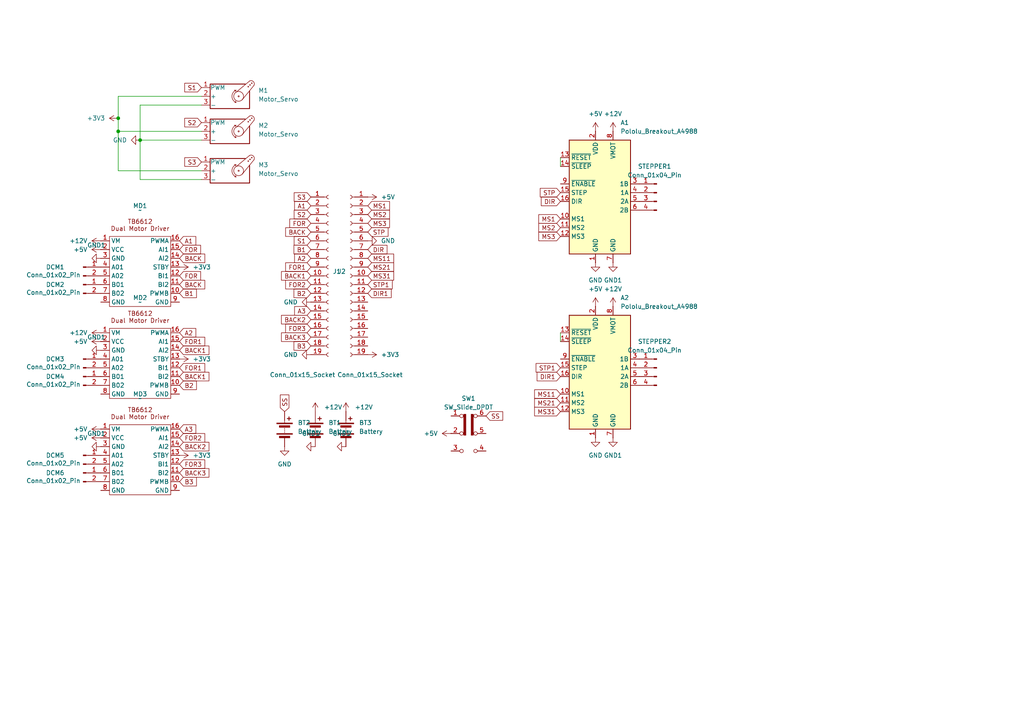
<source format=kicad_sch>
(kicad_sch (version 20250114) (generator "eeschema") (generator_version "9.0")
  (paper "A4")
  (lib_symbols
    (symbol "Connector:Conn_01x02_Pin" (pin_names (offset 1.016) (hide yes))
      (property "Reference" "J" (at 0 2.54 0))
      (property "Value" "Conn_01x02_Pin" (at 0 -5.08 0))
      (symbol "Conn_01x02_Pin_1_1"
        (rectangle (start 0.8636 0.127) (end 0 -0.127) (stroke (width 0.1524)) (fill (type outline)))
        (rectangle (start 0.8636 -2.413) (end 0 -2.667) (stroke (width 0.1524)) (fill (type outline)))
        (polyline (pts (xy 1.27 0) (xy 0.8636 0)) (stroke (width 0.1524)))
        (polyline (pts (xy 1.27 -2.54) (xy 0.8636 -2.54)) (stroke (width 0.1524)))
        (pin passive line (at 5.08 0 180) (length 3.81) (name "Pin_1") (number "1"))
        (pin passive line (at 5.08 -2.54 180) (length 3.81) (name "Pin_2") (number "2"))
      )
    )
    (symbol "Connector:Conn_01x04_Pin" (pin_names (offset 1.016) (hide yes))
      (property "Reference" "J" (at 0 5.08 0))
      (property "Value" "Conn_01x04_Pin" (at 0 -7.62 0))
      (symbol "Conn_01x04_Pin_1_1"
        (rectangle (start 0.8636 2.667) (end 0 2.413) (stroke (width 0.1524)) (fill (type outline)))
        (rectangle (start 0.8636 0.127) (end 0 -0.127) (stroke (width 0.1524)) (fill (type outline)))
        (rectangle (start 0.8636 -2.413) (end 0 -2.667) (stroke (width 0.1524)) (fill (type outline)))
        (rectangle (start 0.8636 -4.953) (end 0 -5.207) (stroke (width 0.1524)) (fill (type outline)))
        (polyline (pts (xy 1.27 2.54) (xy 0.8636 2.54)) (stroke (width 0.1524)))
        (polyline (pts (xy 1.27 0) (xy 0.8636 0)) (stroke (width 0.1524)))
        (polyline (pts (xy 1.27 -2.54) (xy 0.8636 -2.54)) (stroke (width 0.1524)))
        (polyline (pts (xy 1.27 -5.08) (xy 0.8636 -5.08)) (stroke (width 0.1524)))
        (pin passive line (at 5.08 2.54 180) (length 3.81) (name "Pin_1") (number "1"))
        (pin passive line (at 5.08 0 180) (length 3.81) (name "Pin_2") (number "2"))
        (pin passive line (at 5.08 -2.54 180) (length 3.81) (name "Pin_3") (number "3"))
        (pin passive line (at 5.08 -5.08 180) (length 3.81) (name "Pin_4") (number "4"))
      )
    )
    (symbol "Connector:Conn_01x19_Socket" (pin_names (offset 1.016) (hide yes))
      (property "Reference" "J" (at 0 25.4 0))
      (property "Value" "Conn_01x19_Socket" (at 0 -25.4 0))
      (symbol "Conn_01x19_Socket_1_1"
        (polyline (pts (xy -1.27 22.86) (xy -0.508 22.86)) (stroke (width 0.1524)))
        (polyline (pts (xy -1.27 20.32) (xy -0.508 20.32)) (stroke (width 0.1524)))
        (polyline (pts (xy -1.27 17.78) (xy -0.508 17.78)) (stroke (width 0.1524)))
        (polyline (pts (xy -1.27 15.24) (xy -0.508 15.24)) (stroke (width 0.1524)))
        (polyline (pts (xy -1.27 12.7) (xy -0.508 12.7)) (stroke (width 0.1524)))
        (polyline (pts (xy -1.27 10.16) (xy -0.508 10.16)) (stroke (width 0.1524)))
        (polyline (pts (xy -1.27 7.62) (xy -0.508 7.62)) (stroke (width 0.1524)))
        (polyline (pts (xy -1.27 5.08) (xy -0.508 5.08)) (stroke (width 0.1524)))
        (polyline (pts (xy -1.27 2.54) (xy -0.508 2.54)) (stroke (width 0.1524)))
        (polyline (pts (xy -1.27 0) (xy -0.508 0)) (stroke (width 0.1524)))
        (polyline (pts (xy -1.27 -2.54) (xy -0.508 -2.54)) (stroke (width 0.1524)))
        (polyline (pts (xy -1.27 -5.08) (xy -0.508 -5.08)) (stroke (width 0.1524)))
        (polyline (pts (xy -1.27 -7.62) (xy -0.508 -7.62)) (stroke (width 0.1524)))
        (polyline (pts (xy -1.27 -10.16) (xy -0.508 -10.16)) (stroke (width 0.1524)))
        (polyline (pts (xy -1.27 -12.7) (xy -0.508 -12.7)) (stroke (width 0.1524)))
        (polyline (pts (xy -1.27 -15.24) (xy -0.508 -15.24)) (stroke (width 0.1524)))
        (polyline (pts (xy -1.27 -17.78) (xy -0.508 -17.78)) (stroke (width 0.1524)))
        (polyline (pts (xy -1.27 -20.32) (xy -0.508 -20.32)) (stroke (width 0.1524)))
        (polyline (pts (xy -1.27 -22.86) (xy -0.508 -22.86)) (stroke (width 0.1524)))
        (arc (start 0 22.352) (mid -0.5058 22.86) (end 0 23.368) (stroke (width 0.1524)))
        (arc (start 0 19.812) (mid -0.5058 20.32) (end 0 20.828) (stroke (width 0.1524)))
        (arc (start 0 17.272) (mid -0.5058 17.78) (end 0 18.288) (stroke (width 0.1524)))
        (arc (start 0 14.732) (mid -0.5058 15.24) (end 0 15.748) (stroke (width 0.1524)))
        (arc (start 0 12.192) (mid -0.5058 12.7) (end 0 13.208) (stroke (width 0.1524)))
        (arc (start 0 9.652) (mid -0.5058 10.16) (end 0 10.668) (stroke (width 0.1524)))
        (arc (start 0 7.112) (mid -0.5058 7.62) (end 0 8.128) (stroke (width 0.1524)))
        (arc (start 0 4.572) (mid -0.5058 5.08) (end 0 5.588) (stroke (width 0.1524)))
        (arc (start 0 2.032) (mid -0.5058 2.54) (end 0 3.048) (stroke (width 0.1524)))
        (arc (start 0 -0.508) (mid -0.5058 0) (end 0 0.508) (stroke (width 0.1524)))
        (arc (start 0 -3.048) (mid -0.5058 -2.54) (end 0 -2.032) (stroke (width 0.1524)))
        (arc (start 0 -5.588) (mid -0.5058 -5.08) (end 0 -4.572) (stroke (width 0.1524)))
        (arc (start 0 -8.128) (mid -0.5058 -7.62) (end 0 -7.112) (stroke (width 0.1524)))
        (arc (start 0 -10.668) (mid -0.5058 -10.16) (end 0 -9.652) (stroke (width 0.1524)))
        (arc (start 0 -13.208) (mid -0.5058 -12.7) (end 0 -12.192) (stroke (width 0.1524)))
        (arc (start 0 -15.748) (mid -0.5058 -15.24) (end 0 -14.732) (stroke (width 0.1524)))
        (arc (start 0 -18.288) (mid -0.5058 -17.78) (end 0 -17.272) (stroke (width 0.1524)))
        (arc (start 0 -20.828) (mid -0.5058 -20.32) (end 0 -19.812) (stroke (width 0.1524)))
        (arc (start 0 -23.368) (mid -0.5058 -22.86) (end 0 -22.352) (stroke (width 0.1524)))
        (pin passive line (at -5.08 22.86 0) (length 3.81) (name "Pin_1") (number "1"))
        (pin passive line (at -5.08 20.32 0) (length 3.81) (name "Pin_2") (number "2"))
        (pin passive line (at -5.08 17.78 0) (length 3.81) (name "Pin_3") (number "3"))
        (pin passive line (at -5.08 15.24 0) (length 3.81) (name "Pin_4") (number "4"))
        (pin passive line (at -5.08 12.7 0) (length 3.81) (name "Pin_5") (number "5"))
        (pin passive line (at -5.08 10.16 0) (length 3.81) (name "Pin_6") (number "6"))
        (pin passive line (at -5.08 7.62 0) (length 3.81) (name "Pin_7") (number "7"))
        (pin passive line (at -5.08 5.08 0) (length 3.81) (name "Pin_8") (number "8"))
        (pin passive line (at -5.08 2.54 0) (length 3.81) (name "Pin_9") (number "9"))
        (pin passive line (at -5.08 0 0) (length 3.81) (name "Pin_10") (number "10"))
        (pin passive line (at -5.08 -2.54 0) (length 3.81) (name "Pin_11") (number "11"))
        (pin passive line (at -5.08 -5.08 0) (length 3.81) (name "Pin_12") (number "12"))
        (pin passive line (at -5.08 -7.62 0) (length 3.81) (name "Pin_13") (number "13"))
        (pin passive line (at -5.08 -10.16 0) (length 3.81) (name "Pin_14") (number "14"))
        (pin passive line (at -5.08 -12.7 0) (length 3.81) (name "Pin_15") (number "15"))
        (pin passive line (at -5.08 -15.24 0) (length 3.81) (name "Pin_16") (number "16"))
        (pin passive line (at -5.08 -17.78 0) (length 3.81) (name "Pin_17") (number "17"))
        (pin passive line (at -5.08 -20.32 0) (length 3.81) (name "Pin_18") (number "18"))
        (pin passive line (at -5.08 -22.86 0) (length 3.81) (name "Pin_19") (number "19"))
      )
    )
    (symbol "Device:Battery" (pin_numbers (hide yes)) (pin_names (offset 0) (hide yes))
      (property "Reference" "BT" (at 2.54 2.54 0))
      (property "Value" "Battery" (at 2.54 0 0))
      (symbol "Battery_0_1"
        (rectangle (start -2.286 1.778) (end 2.286 1.524) (fill (type outline)))
        (rectangle (start -2.286 -1.27) (end 2.286 -1.524) (fill (type outline)))
        (rectangle (start -1.524 1.016) (end 1.524 0.508) (fill (type outline)))
        (rectangle (start -1.524 -2.032) (end 1.524 -2.54) (fill (type outline)))
        (polyline (pts (xy 0 1.778) (xy 0 2.54)))
        (polyline (pts (xy 0 0) (xy 0 0.254)))
        (polyline (pts (xy 0 -0.508) (xy 0 -0.254)))
        (polyline (pts (xy 0 -1.016) (xy 0 -0.762)))
        (polyline (pts (xy 0.762 3.048) (xy 1.778 3.048)) (stroke (width 0.254)))
        (polyline (pts (xy 1.27 3.556) (xy 1.27 2.54)) (stroke (width 0.254)))
      )
      (symbol "Battery_1_1"
        (pin passive line (at 0 5.08 270) (length 2.54) (name "+") (number "1"))
        (pin passive line (at 0 -5.08 90) (length 2.54) (name "-") (number "2"))
      )
    )
    (symbol "Driver_Motor:Pololu_Breakout_A4988"
      (property "Reference" "A" (at -2.54 19.05 0))
      (property "Value" "Pololu_Breakout_A4988" (at -2.54 16.51 0))
      (symbol "Pololu_Breakout_A4988_0_1"
        (rectangle (start 10.16 -17.78) (end -7.62 15.24) (stroke (width 0.254)) (fill (type background)))
      )
      (symbol "Pololu_Breakout_A4988_1_1"
        (pin input line (at -10.16 10.16 0) (length 2.54) (name "~{RESET}") (number "13"))
        (pin input line (at -10.16 7.62 0) (length 2.54) (name "~{SLEEP}") (number "14"))
        (pin input line (at -10.16 2.54 0) (length 2.54) (name "~{ENABLE}") (number "9"))
        (pin input line (at -10.16 0 0) (length 2.54) (name "STEP") (number "15"))
        (pin input line (at -10.16 -2.54 0) (length 2.54) (name "DIR") (number "16"))
        (pin input line (at -10.16 -7.62 0) (length 2.54) (name "MS1") (number "10"))
        (pin input line (at -10.16 -10.16 0) (length 2.54) (name "MS2") (number "11"))
        (pin input line (at -10.16 -12.7 0) (length 2.54) (name "MS3") (number "12"))
        (pin power_in line (at 0 17.78 270) (length 2.54) (name "VDD") (number "2"))
        (pin power_in line (at 0 -20.32 90) (length 2.54) (name "GND") (number "1"))
        (pin power_in line (at 5.08 17.78 270) (length 2.54) (name "VMOT") (number "8"))
        (pin power_in line (at 5.08 -20.32 90) (length 2.54) (name "GND") (number "7"))
        (pin output line (at 12.7 2.54 180) (length 2.54) (name "1B") (number "3"))
        (pin output line (at 12.7 0 180) (length 2.54) (name "1A") (number "4"))
        (pin output line (at 12.7 -2.54 180) (length 2.54) (name "2A") (number "5"))
        (pin output line (at 12.7 -5.08 180) (length 2.54) (name "2B") (number "6"))
      )
    )
    (symbol "Motor:Motor_Servo" (pin_names (offset 0.0254))
      (property "Reference" "M" (at -5.08 4.445 0))
      (property "Value" "Motor_Servo" (at -5.08 -4.064 0))
      (symbol "Motor_Servo_0_1"
        (polyline (pts (xy 2.413 1.778) (xy 1.905 1.778)))
        (polyline (pts (xy 2.413 1.778) (xy 2.286 1.397)))
        (polyline (pts (xy 2.413 -1.778) (xy 2.032 -1.778)))
        (polyline (pts (xy 2.413 -1.778) (xy 2.286 -1.397)))
        (arc (start 2.413 -1.778) (mid 1.2406 0) (end 2.413 1.778))
        (circle (center 3.175 0) (radius 0.1778))
        (circle (center 3.175 0) (radius 1.4224))
        (polyline (pts (xy 5.08 3.556) (xy -5.08 3.556) (xy -5.08 -3.556) (xy 6.35 -3.556) (xy 6.35 1.524)) (stroke (width 0.254)))
        (circle (center 5.969 2.794) (radius 0.127))
        (polyline (pts (xy 6.35 4.445) (xy 2.54 1.27)))
        (circle (center 6.477 3.302) (radius 0.127))
        (arc (start 6.35 4.445) (mid 7.4487 4.2737) (end 7.62 3.175))
        (circle (center 6.985 3.81) (radius 0.127))
        (polyline (pts (xy 7.62 3.175) (xy 4.191 -1.016)))
      )
      (symbol "Motor_Servo_1_1"
        (pin passive line (at -7.62 2.54 0) (length 2.54) (name "PWM") (number "1"))
        (pin passive line (at -7.62 0 0) (length 2.54) (name "+") (number "2"))
        (pin passive line (at -7.62 -2.54 0) (length 2.54) (name "-") (number "3"))
      )
    )
    (symbol "Switch:SW_Slide_DPDT" (pin_names (offset 0) (hide yes))
      (property "Reference" "SW" (at 0 6.858 0))
      (property "Value" "SW_Slide_DPDT" (at 0 -8.128 0))
      (symbol "SW_Slide_DPDT_0_0"
        (circle (center -2.032 5.08) (radius 0.508))
        (circle (center -2.032 -5.08) (radius 0.508))
        (circle (center 2.032 0) (radius 0.508))
        (circle (center 2.032 -5.08) (radius 0.508))
      )
      (symbol "SW_Slide_DPDT_0_1"
        (circle (center -2.032 0) (radius 0.508))
        (circle (center 2.032 5.08) (radius 0.508))
      )
      (symbol "SW_Slide_DPDT_1_1"
        (rectangle (start -1.397 5.588) (end -0.762 -0.508) (fill (type outline)))
        (rectangle (start 0.762 5.588) (end 1.397 -0.508) (fill (type outline)))
        (pin passive line (at -5.08 5.08 0) (length 2.54) (name "A") (number "1"))
        (pin passive line (at -5.08 0 0) (length 2.54) (name "B") (number "2"))
        (pin passive line (at -5.08 -5.08 0) (length 2.54) (name "C") (number "3"))
        (pin passive line (at 5.08 5.08 180) (length 2.54) (name "C") (number "6"))
        (pin passive line (at 5.08 0 180) (length 2.54) (name "B") (number "5"))
        (pin passive line (at 5.08 -5.08 180) (length 2.54) (name "A") (number "4"))
      )
    )
    (symbol "Taranium-libs:TB6612"
      (property "Reference" "MD" (at 0 6.35 0))
      (symbol "TB6612_0_1"
        (rectangle (start -8.89 16.51) (end 8.89 -3.81))
      )
      (symbol "TB6612_1_1"
        (text "TB6612\nDual Motor Driver" (at 0 19.812 0) (effects (font (size 1.27 1.27))))
        (pin input line (at -11.43 15.24 0) (length 2.54) (name "VM") (number "1"))
        (pin input line (at -11.43 12.7 0) (length 2.54) (name "VCC") (number "2"))
        (pin input line (at -11.43 10.16 0) (length 2.54) (name "GND") (number "3"))
        (pin output line (at -11.43 7.62 0) (length 2.54) (name "A01") (number "4"))
        (pin output line (at -11.43 5.08 0) (length 2.54) (name "A02") (number "5"))
        (pin output line (at -11.43 2.54 0) (length 2.54) (name "B01") (number "6"))
        (pin output line (at -11.43 0 0) (length 2.54) (name "B02") (number "7"))
        (pin input line (at -11.43 -2.54 0) (length 2.54) (name "GND") (number "8"))
        (pin input line (at 11.43 15.24 180) (length 2.54) (name "PWMA") (number "16"))
        (pin input line (at 11.43 12.7 180) (length 2.54) (name "AI1") (number "15"))
        (pin input line (at 11.43 10.16 180) (length 2.54) (name "AI2") (number "14"))
        (pin input line (at 11.43 7.62 180) (length 2.54) (name "STBY") (number "13"))
        (pin input line (at 11.43 5.08 180) (length 2.54) (name "BI1") (number "12"))
        (pin input line (at 11.43 2.54 180) (length 2.54) (name "BI2") (number "11"))
        (pin input line (at 11.43 0 180) (length 2.54) (name "PWMB") (number "10"))
        (pin input line (at 11.43 -2.54 180) (length 2.54) (name "GND") (number "9"))
      )
    )
    (symbol "power:+12V" (power) (pin_numbers (hide yes)) (pin_names (offset 0) (hide yes))
      (property "Value" "+12V" (at 0 3.556 0))
      (symbol "+12V_0_1"
        (polyline (pts (xy -0.762 1.27) (xy 0 2.54)))
        (polyline (pts (xy 0 2.54) (xy 0.762 1.27)))
        (polyline (pts (xy 0 0) (xy 0 2.54)))
      )
      (symbol "+12V_1_1"
        (pin power_in line (at 0 0 90) (length 0) (name "~") (number "1"))
      )
    )
    (symbol "power:+3V3" (power) (pin_numbers (hide yes)) (pin_names (offset 0) (hide yes))
      (property "Value" "+3V3" (at 0 3.556 0))
      (symbol "+3V3_0_1"
        (polyline (pts (xy -0.762 1.27) (xy 0 2.54)))
        (polyline (pts (xy 0 2.54) (xy 0.762 1.27)))
        (polyline (pts (xy 0 0) (xy 0 2.54)))
      )
      (symbol "+3V3_1_1"
        (pin power_in line (at 0 0 90) (length 0) (name "~") (number "1"))
      )
    )
    (symbol "power:+5V" (power) (pin_numbers (hide yes)) (pin_names (offset 0) (hide yes))
      (property "Value" "+5V" (at 0 3.556 0))
      (symbol "+5V_0_1"
        (polyline (pts (xy -0.762 1.27) (xy 0 2.54)))
        (polyline (pts (xy 0 2.54) (xy 0.762 1.27)))
        (polyline (pts (xy 0 0) (xy 0 2.54)))
      )
      (symbol "+5V_1_1"
        (pin power_in line (at 0 0 90) (length 0) (name "~") (number "1"))
      )
    )
    (symbol "power:GND" (power) (pin_numbers (hide yes)) (pin_names (offset 0) (hide yes))
      (property "Value" "GND" (at 0 -3.81 0))
      (symbol "GND_0_1"
        (polyline (pts (xy 0 0) (xy 0 -1.27) (xy 1.27 -1.27) (xy 0 -2.54) (xy -1.27 -1.27) (xy 0 -1.27)))
      )
      (symbol "GND_1_1"
        (pin power_in line (at 0 0 270) (length 0) (name "~") (number "1"))
      )
    )
    (symbol "power:GND1" (power) (pin_numbers (hide yes)) (pin_names (offset 0) (hide yes))
      (property "Value" "GND1" (at 0 -3.81 0))
      (symbol "GND1_0_1"
        (polyline (pts (xy 0 0) (xy 0 -1.27) (xy 1.27 -1.27) (xy 0 -2.54) (xy -1.27 -1.27) (xy 0 -1.27)))
      )
      (symbol "GND1_1_1"
        (pin power_in line (at 0 0 270) (length 0) (name "~") (number "1"))
      )
    )
  )
  (junction (at 34.29 34.29))
  (junction (at 34.29 38.1))
  (junction (at 40.64 40.64))
  (wire (pts (xy 162.56 45.72) (xy 162.56 48.26)))
  (wire (pts (xy 58.42 27.94) (xy 34.29 27.94)))
  (wire (pts (xy 58.42 38.1) (xy 34.29 38.1)))
  (wire (pts (xy 40.64 40.64) (xy 58.42 40.64)))
  (wire (pts (xy 58.42 52.07) (xy 40.64 52.07)))
  (wire (pts (xy 162.56 96.52) (xy 162.56 99.06)))
  (wire (pts (xy 34.29 38.1) (xy 34.29 49.53)))
  (wire (pts (xy 34.29 27.94) (xy 34.29 34.29)))
  (wire (pts (xy 58.42 49.53) (xy 34.29 49.53)))
  (wire (pts (xy 40.64 40.64) (xy 40.64 52.07)))
  (wire (pts (xy 40.64 30.48) (xy 40.64 40.64)))
  (wire (pts (xy 34.29 34.29) (xy 34.29 38.1)))
  (wire (pts (xy 58.42 30.48) (xy 40.64 30.48)))
  (global_label "A2" (shape input) (at 90.17 74.93 180) (property "Intersheetrefs" "${INTERSHEET_REFS}" (effects (hide yes))))
  (global_label "BACK" (shape input) (at 52.07 74.93 0) (property "Intersheetrefs" "${INTERSHEET_REFS}" (effects (hide yes))))
  (global_label "MS11" (shape input) (at 162.56 114.3 180) (property "Intersheetrefs" "${INTERSHEET_REFS}" (effects (hide yes))))
  (global_label "FOR3" (shape input) (at 90.17 95.25 180) (property "Intersheetrefs" "${INTERSHEET_REFS}" (effects (hide yes))))
  (global_label "A1" (shape input) (at 52.07 69.85 0) (property "Intersheetrefs" "${INTERSHEET_REFS}" (effects (hide yes))))
  (global_label "MS31" (shape input) (at 106.68 80.01 0) (property "Intersheetrefs" "${INTERSHEET_REFS}" (effects (hide yes))))
  (global_label "B1" (shape input) (at 90.17 72.39 180) (property "Intersheetrefs" "${INTERSHEET_REFS}" (effects (hide yes))))
  (global_label "BACK3" (shape input) (at 52.07 137.16 0) (property "Intersheetrefs" "${INTERSHEET_REFS}" (effects (hide yes))))
  (global_label "S3" (shape input) (at 58.42 46.99 180) (property "Intersheetrefs" "${INTERSHEET_REFS}" (effects (hide yes))))
  (global_label "MS3" (shape input) (at 106.68 64.77 0) (property "Intersheetrefs" "${INTERSHEET_REFS}" (effects (hide yes))))
  (global_label "FOR1" (shape input) (at 90.17 77.47 180) (property "Intersheetrefs" "${INTERSHEET_REFS}" (effects (hide yes))))
  (global_label "A1" (shape input) (at 90.17 59.69 180) (property "Intersheetrefs" "${INTERSHEET_REFS}" (effects (hide yes))))
  (global_label "B2" (shape input) (at 52.07 111.76 0) (property "Intersheetrefs" "${INTERSHEET_REFS}" (effects (hide yes))))
  (global_label "DIR" (shape input) (at 162.56 58.42 180) (property "Intersheetrefs" "${INTERSHEET_REFS}" (effects (hide yes))))
  (global_label "DIR1" (shape input) (at 106.68 85.09 0) (property "Intersheetrefs" "${INTERSHEET_REFS}" (effects (hide yes))))
  (global_label "MS31" (shape input) (at 162.56 119.38 180) (property "Intersheetrefs" "${INTERSHEET_REFS}" (effects (hide yes))))
  (global_label "MS2" (shape input) (at 106.68 62.23 0) (property "Intersheetrefs" "${INTERSHEET_REFS}" (effects (hide yes))))
  (global_label "STP1" (shape input) (at 106.68 82.55 0) (property "Intersheetrefs" "${INTERSHEET_REFS}" (effects (hide yes))))
  (global_label "B3" (shape input) (at 90.17 100.33 180) (property "Intersheetrefs" "${INTERSHEET_REFS}" (effects (hide yes))))
  (global_label "FOR1" (shape input) (at 52.07 99.06 0) (property "Intersheetrefs" "${INTERSHEET_REFS}" (effects (hide yes))))
  (global_label "BACK1" (shape input) (at 52.07 109.22 0) (property "Intersheetrefs" "${INTERSHEET_REFS}" (effects (hide yes))))
  (global_label "MS2" (shape input) (at 162.56 66.04 180) (property "Intersheetrefs" "${INTERSHEET_REFS}" (effects (hide yes))))
  (global_label "FOR" (shape input) (at 52.07 72.39 0) (property "Intersheetrefs" "${INTERSHEET_REFS}" (effects (hide yes))))
  (global_label "FOR" (shape input) (at 52.07 80.01 0) (property "Intersheetrefs" "${INTERSHEET_REFS}" (effects (hide yes))))
  (global_label "S1" (shape input) (at 58.42 25.4 180) (property "Intersheetrefs" "${INTERSHEET_REFS}" (effects (hide yes))))
  (global_label "DIR" (shape input) (at 106.68 72.39 0) (property "Intersheetrefs" "${INTERSHEET_REFS}" (effects (hide yes))))
  (global_label "STP" (shape input) (at 162.56 55.88 180) (property "Intersheetrefs" "${INTERSHEET_REFS}" (effects (hide yes))))
  (global_label "SS" (shape input) (at 82.55 119.38 90) (property "Intersheetrefs" "${INTERSHEET_REFS}" (effects (hide yes))))
  (global_label "MS21" (shape input) (at 162.56 116.84 180) (property "Intersheetrefs" "${INTERSHEET_REFS}" (effects (hide yes))))
  (global_label "FOR2" (shape input) (at 52.07 127 0) (property "Intersheetrefs" "${INTERSHEET_REFS}" (effects (hide yes))))
  (global_label "S1" (shape input) (at 90.17 69.85 180) (property "Intersheetrefs" "${INTERSHEET_REFS}" (effects (hide yes))))
  (global_label "BACK2" (shape input) (at 90.17 92.71 180) (property "Intersheetrefs" "${INTERSHEET_REFS}" (effects (hide yes))))
  (global_label "DIR1" (shape input) (at 162.56 109.22 180) (property "Intersheetrefs" "${INTERSHEET_REFS}" (effects (hide yes))))
  (global_label "B3" (shape input) (at 52.07 139.7 0) (property "Intersheetrefs" "${INTERSHEET_REFS}" (effects (hide yes))))
  (global_label "FOR3" (shape input) (at 52.07 134.62 0) (property "Intersheetrefs" "${INTERSHEET_REFS}" (effects (hide yes))))
  (global_label "A3" (shape input) (at 52.07 124.46 0) (property "Intersheetrefs" "${INTERSHEET_REFS}" (effects (hide yes))))
  (global_label "B1" (shape input) (at 52.07 85.09 0) (property "Intersheetrefs" "${INTERSHEET_REFS}" (effects (hide yes))))
  (global_label "BACK" (shape input) (at 52.07 82.55 0) (property "Intersheetrefs" "${INTERSHEET_REFS}" (effects (hide yes))))
  (global_label "SS" (shape input) (at 140.97 120.65 0) (property "Intersheetrefs" "${INTERSHEET_REFS}" (effects (hide yes))))
  (global_label "BACK1" (shape input) (at 90.17 80.01 180) (property "Intersheetrefs" "${INTERSHEET_REFS}" (effects (hide yes))))
  (global_label "BACK3" (shape input) (at 90.17 97.79 180) (property "Intersheetrefs" "${INTERSHEET_REFS}" (effects (hide yes))))
  (global_label "MS1" (shape input) (at 106.68 59.69 0) (property "Intersheetrefs" "${INTERSHEET_REFS}" (effects (hide yes))))
  (global_label "S2" (shape input) (at 90.17 62.23 180) (property "Intersheetrefs" "${INTERSHEET_REFS}" (effects (hide yes))))
  (global_label "A2" (shape input) (at 52.07 96.52 0) (property "Intersheetrefs" "${INTERSHEET_REFS}" (effects (hide yes))))
  (global_label "S2" (shape input) (at 58.42 35.56 180) (property "Intersheetrefs" "${INTERSHEET_REFS}" (effects (hide yes))))
  (global_label "MS1" (shape input) (at 162.56 63.5 180) (property "Intersheetrefs" "${INTERSHEET_REFS}" (effects (hide yes))))
  (global_label "S3" (shape input) (at 90.17 57.15 180) (property "Intersheetrefs" "${INTERSHEET_REFS}" (effects (hide yes))))
  (global_label "MS3" (shape input) (at 162.56 68.58 180) (property "Intersheetrefs" "${INTERSHEET_REFS}" (effects (hide yes))))
  (global_label "BACK1" (shape input) (at 52.07 101.6 0) (property "Intersheetrefs" "${INTERSHEET_REFS}" (effects (hide yes))))
  (global_label "STP" (shape input) (at 106.68 67.31 0) (property "Intersheetrefs" "${INTERSHEET_REFS}" (effects (hide yes))))
  (global_label "FOR1" (shape input) (at 52.07 106.68 0) (property "Intersheetrefs" "${INTERSHEET_REFS}" (effects (hide yes))))
  (global_label "FOR" (shape input) (at 90.17 64.77 180) (property "Intersheetrefs" "${INTERSHEET_REFS}" (effects (hide yes))))
  (global_label "STP1" (shape input) (at 162.56 106.68 180) (property "Intersheetrefs" "${INTERSHEET_REFS}" (effects (hide yes))))
  (global_label "B2" (shape input) (at 90.17 85.09 180) (property "Intersheetrefs" "${INTERSHEET_REFS}" (effects (hide yes))))
  (global_label "FOR2" (shape input) (at 90.17 82.55 180) (property "Intersheetrefs" "${INTERSHEET_REFS}" (effects (hide yes))))
  (global_label "MS21" (shape input) (at 106.68 77.47 0) (property "Intersheetrefs" "${INTERSHEET_REFS}" (effects (hide yes))))
  (global_label "BACK" (shape input) (at 90.17 67.31 180) (property "Intersheetrefs" "${INTERSHEET_REFS}" (effects (hide yes))))
  (global_label "MS11" (shape input) (at 106.68 74.93 0) (property "Intersheetrefs" "${INTERSHEET_REFS}" (effects (hide yes))))
  (global_label "BACK2" (shape input) (at 52.07 129.54 0) (property "Intersheetrefs" "${INTERSHEET_REFS}" (effects (hide yes))))
  (global_label "A3" (shape input) (at 90.17 90.17 180) (property "Intersheetrefs" "${INTERSHEET_REFS}" (effects (hide yes))))
  (symbol (lib_id "Taranium-libs:TB6612") (at 40.64 139.7 0) (unit 1)
    (property "Reference" "MD3" (at 40.64 114.3 0))
    (property "Value" "~" (at 40.64 115.57 0))
    (property "Footprint" "Taranium-libs:MODULE_ROB-14450" (effects (hide yes)))
  )
  (symbol (lib_id "Connector:Conn_01x02_Pin") (at 24.13 132.08 0) (unit 1)
    (property "Reference" "DCM5" (at 16.002 132.08 0))
    (property "Value" "Conn_01x02_Pin" (at 15.494 134.366 0))
    (property "Footprint" "Connector_PinHeader_2.54mm:PinHeader_1x02_P2.54mm_Vertical" (effects (hide yes)))
    (property "Description" "Generic connector, single row, 01x02, script generated" (effects (hide yes)))
  )
  (symbol (lib_id "power:+3V3") (at 52.07 77.47 270) (unit 1)
    (property "Reference" "#PWR01" (effects (hide yes)))
    (property "Value" "+3V3" (at 55.88 77.4699 90) (effects (justify left)))
    (property "Description" "Power symbol creates a global label with name \"+3V3\"" (effects (hide yes)))
  )
  (symbol (lib_id "Connector:Conn_01x19_Socket") (at 95.25 80.01 0) (unit 1)
    (property "Reference" "J1" (at 96.52 78.7399 0) (effects (justify left)))
    (property "Value" "Conn_01x15_Socket" (at 78.232 108.712 0) (effects (justify left)))
    (property "Footprint" "Connector_PinHeader_2.54mm:PinHeader_1x19_P2.54mm_Vertical" (effects (hide yes)))
    (property "Description" "Generic connector, single row, 01x19, script generated" (effects (hide yes)))
  )
  (symbol (lib_id "power:+5V") (at 29.21 124.46 90) (unit 1)
    (property "Reference" "#PWR032" (effects (hide yes)))
    (property "Value" "+5V" (at 25.4 124.4599 90) (effects (justify left)))
    (property "Description" "Power symbol creates a global label with name \"+5V\"" (effects (hide yes)))
  )
  (symbol (lib_id "power:GND") (at 40.64 40.64 270) (unit 1)
    (property "Reference" "#PWR08" (effects (hide yes)))
    (property "Value" "GND" (at 36.83 40.6399 90) (effects (justify right)))
    (property "Description" "Power symbol creates a global label with name \"GND\" , ground" (effects (hide yes)))
  )
  (symbol (lib_id "power:GND1") (at 177.8 76.2 0) (unit 1)
    (property "Reference" "#PWR020" (effects (hide yes)))
    (property "Value" "GND1" (at 177.8 81.28 0))
    (property "Description" "Power symbol creates a global label with name \"GND1\" , ground" (effects (hide yes)))
  )
  (symbol (lib_id "Driver_Motor:Pololu_Breakout_A4988") (at 172.72 106.68 0) (unit 1)
    (property "Reference" "A2" (at 179.9433 86.36 0) (effects (justify left)))
    (property "Value" "Pololu_Breakout_A4988" (at 179.9433 88.9 0) (effects (justify left)))
    (property "Footprint" "Module:Pololu_Breakout-16_15.2x20.3mm" (effects (hide yes)))
    (property "Datasheet" "https://www.pololu.com/product/2980/pictures" (effects (hide yes)))
    (property "Description" "Pololu Breakout Board, Stepper Driver A4988" (effects (hide yes)))
  )
  (symbol (lib_id "power:GND") (at 82.55 129.54 0) (unit 1)
    (property "Reference" "#PWR033" (effects (hide yes)))
    (property "Value" "GND" (at 82.55 134.62 0))
    (property "Description" "Power symbol creates a global label with name \"GND\" , ground" (effects (hide yes)))
  )
  (symbol (lib_id "Connector:Conn_01x19_Socket") (at 101.6 80.01 0) (mirror y) (unit 1)
    (property "Reference" "J2" (at 100.33 78.7399 0) (effects (justify left)))
    (property "Value" "Conn_01x15_Socket" (at 116.84 108.712 0) (effects (justify left)))
    (property "Footprint" "Connector_PinHeader_2.54mm:PinHeader_1x19_P2.54mm_Vertical" (effects (hide yes)))
    (property "Description" "Generic connector, single row, 01x19, script generated" (effects (hide yes)))
  )
  (symbol (lib_id "power:+3V3") (at 106.68 102.87 270) (unit 1)
    (property "Reference" "#PWR011" (effects (hide yes)))
    (property "Value" "+3V3" (at 110.49 102.8699 90) (effects (justify left)))
    (property "Description" "Power symbol creates a global label with name \"+3V3\"" (effects (hide yes)))
  )
  (symbol (lib_id "Connector:Conn_01x02_Pin") (at 24.13 82.55 0) (unit 1)
    (property "Reference" "DCM2" (at 16.002 82.55 0))
    (property "Value" "Conn_01x02_Pin" (at 15.494 84.836 0))
    (property "Footprint" "Connector_PinHeader_2.54mm:PinHeader_1x02_P2.54mm_Vertical" (effects (hide yes)))
    (property "Description" "Generic connector, single row, 01x02, script generated" (effects (hide yes)))
  )
  (symbol (lib_id "power:+12V") (at 29.21 96.52 90) (unit 1)
    (property "Reference" "#PWR013" (effects (hide yes)))
    (property "Value" "+12V" (at 25.4 96.5199 90) (effects (justify left)))
    (property "Description" "Power symbol creates a global label with name \"+12V\"" (effects (hide yes)))
  )
  (symbol (lib_id "power:+3V3") (at 52.07 132.08 270) (unit 1)
    (property "Reference" "#PWR03" (effects (hide yes)))
    (property "Value" "+3V3" (at 55.88 132.0799 90) (effects (justify left)))
    (property "Description" "Power symbol creates a global label with name \"+3V3\"" (effects (hide yes)))
  )
  (symbol (lib_id "power:+3V3") (at 34.29 34.29 90) (unit 1)
    (property "Reference" "#PWR09" (effects (hide yes)))
    (property "Value" "+3V3" (at 30.48 34.2899 90) (effects (justify left)))
    (property "Description" "Power symbol creates a global label with name \"+3V3\"" (effects (hide yes)))
  )
  (symbol (lib_id "power:GND") (at 90.17 87.63 270) (unit 1)
    (property "Reference" "#PWR029" (effects (hide yes)))
    (property "Value" "GND" (at 86.36 87.6299 90) (effects (justify right)))
    (property "Description" "Power symbol creates a global label with name \"GND\" , ground" (effects (hide yes)))
  )
  (symbol (lib_id "Connector:Conn_01x02_Pin") (at 24.13 77.47 0) (unit 1)
    (property "Reference" "DCM1" (at 16.002 77.47 0))
    (property "Value" "Conn_01x02_Pin" (at 15.494 79.756 0))
    (property "Footprint" "Connector_PinHeader_2.54mm:PinHeader_1x02_P2.54mm_Vertical" (effects (hide yes)))
    (property "Description" "Generic connector, single row, 01x02, script generated" (effects (hide yes)))
  )
  (symbol (lib_id "Connector:Conn_01x04_Pin") (at 190.5 55.88 0) (mirror y) (unit 1)
    (property "Reference" "STEPPER1" (at 189.865 48.26 0))
    (property "Value" "Conn_01x04_Pin" (at 189.865 50.8 0))
    (property "Footprint" "Connector_PinHeader_2.54mm:PinHeader_1x04_P2.54mm_Vertical" (effects (hide yes)))
    (property "Description" "Generic connector, single row, 01x04, script generated" (effects (hide yes)))
  )
  (symbol (lib_id "Taranium-libs:TB6612") (at 40.64 111.76 0) (unit 1)
    (property "Reference" "MD2" (at 40.64 86.36 0))
    (property "Value" "~" (at 40.64 87.63 0))
    (property "Footprint" "Taranium-libs:MODULE_ROB-14450" (effects (hide yes)))
  )
  (symbol (lib_id "Driver_Motor:Pololu_Breakout_A4988") (at 172.72 55.88 0) (unit 1)
    (property "Reference" "A1" (at 179.9433 35.56 0) (effects (justify left)))
    (property "Value" "Pololu_Breakout_A4988" (at 179.9433 38.1 0) (effects (justify left)))
    (property "Footprint" "Module:Pololu_Breakout-16_15.2x20.3mm" (effects (hide yes)))
    (property "Datasheet" "https://www.pololu.com/product/2980/pictures" (effects (hide yes)))
    (property "Description" "Pololu Breakout Board, Stepper Driver A4988" (effects (hide yes)))
  )
  (symbol (lib_id "Motor:Motor_Servo") (at 66.04 27.94 0) (unit 1)
    (property "Reference" "M1" (at 74.93 26.2368 0) (effects (justify left)))
    (property "Value" "Motor_Servo" (at 74.93 28.7768 0) (effects (justify left)))
    (property "Footprint" "Connector_PinHeader_2.54mm:PinHeader_1x03_P2.54mm_Vertical" (effects (hide yes)))
    (property "Datasheet" "http://forums.parallax.com/uploads/attachments/46831/74481.png" (effects (hide yes)))
    (property "Description" "Servo Motor (Futaba, HiTec, JR connector)" (effects (hide yes)))
  )
  (symbol (lib_id "power:+5V") (at 29.21 99.06 90) (unit 1)
    (property "Reference" "#PWR027" (effects (hide yes)))
    (property "Value" "+5V" (at 25.4 99.0599 90) (effects (justify left)))
    (property "Description" "Power symbol creates a global label with name \"+5V\"" (effects (hide yes)))
  )
  (symbol (lib_id "power:GND1") (at 29.21 129.54 270) (unit 1)
    (property "Reference" "#PWR025" (effects (hide yes)))
    (property "Value" "GND1" (at 27.94 125.73 90))
    (property "Description" "Power symbol creates a global label with name \"GND1\" , ground" (effects (hide yes)))
  )
  (symbol (lib_id "power:+5V") (at 172.72 38.1 0) (unit 1)
    (property "Reference" "#PWR015" (effects (hide yes)))
    (property "Value" "+5V" (at 172.72 33.02 0))
    (property "Description" "Power symbol creates a global label with name \"+5V\"" (effects (hide yes)))
  )
  (symbol (lib_id "power:+5V") (at 172.72 88.9 0) (unit 1)
    (property "Reference" "#PWR021" (effects (hide yes)))
    (property "Value" "+5V" (at 172.72 83.82 0))
    (property "Description" "Power symbol creates a global label with name \"+5V\"" (effects (hide yes)))
  )
  (symbol (lib_id "power:GND1") (at 91.44 129.54 270) (unit 1)
    (property "Reference" "#PWR017" (effects (hide yes)))
    (property "Value" "GND1" (at 90.17 125.73 90))
    (property "Description" "Power symbol creates a global label with name \"GND1\" , ground" (effects (hide yes)))
  )
  (symbol (lib_id "Connector:Conn_01x04_Pin") (at 190.5 106.68 0) (mirror y) (unit 1)
    (property "Reference" "STEPPER2" (at 189.865 99.06 0))
    (property "Value" "Conn_01x04_Pin" (at 189.865 101.6 0))
    (property "Footprint" "Connector_PinHeader_2.54mm:PinHeader_1x04_P2.54mm_Vertical" (effects (hide yes)))
    (property "Description" "Generic connector, single row, 01x04, script generated" (effects (hide yes)))
  )
  (symbol (lib_id "power:GND1") (at 29.21 74.93 270) (unit 1)
    (property "Reference" "#PWR014" (effects (hide yes)))
    (property "Value" "GND1" (at 27.94 71.12 90))
    (property "Description" "Power symbol creates a global label with name \"GND1\" , ground" (effects (hide yes)))
  )
  (symbol (lib_id "power:GND1") (at 100.33 129.54 270) (unit 1)
    (property "Reference" "#PWR031" (effects (hide yes)))
    (property "Value" "GND1" (at 99.06 125.73 90))
    (property "Description" "Power symbol creates a global label with name \"GND1\" , ground" (effects (hide yes)))
  )
  (symbol (lib_id "power:GND") (at 172.72 127 0) (unit 1)
    (property "Reference" "#PWR022" (effects (hide yes)))
    (property "Value" "GND" (at 172.72 132.08 0))
    (property "Description" "Power symbol creates a global label with name \"GND\" , ground" (effects (hide yes)))
  )
  (symbol (lib_id "Motor:Motor_Servo") (at 66.04 38.1 0) (unit 1)
    (property "Reference" "M2" (at 74.93 36.3968 0) (effects (justify left)))
    (property "Value" "Motor_Servo" (at 74.93 38.9368 0) (effects (justify left)))
    (property "Footprint" "Connector_PinHeader_2.54mm:PinHeader_1x03_P2.54mm_Vertical" (effects (hide yes)))
    (property "Datasheet" "http://forums.parallax.com/uploads/attachments/46831/74481.png" (effects (hide yes)))
    (property "Description" "Servo Motor (Futaba, HiTec, JR connector)" (effects (hide yes)))
  )
  (symbol (lib_id "power:+5V") (at 29.21 72.39 90) (unit 1)
    (property "Reference" "#PWR026" (effects (hide yes)))
    (property "Value" "+5V" (at 25.4 72.3899 90) (effects (justify left)))
    (property "Description" "Power symbol creates a global label with name \"+5V\"" (effects (hide yes)))
  )
  (symbol (lib_id "power:GND1") (at 177.8 127 0) (unit 1)
    (property "Reference" "#PWR024" (effects (hide yes)))
    (property "Value" "GND1" (at 177.8 132.08 0))
    (property "Description" "Power symbol creates a global label with name \"GND1\" , ground" (effects (hide yes)))
  )
  (symbol (lib_id "power:+5V") (at 29.21 127 90) (unit 1)
    (property "Reference" "#PWR028" (effects (hide yes)))
    (property "Value" "+5V" (at 25.4 126.9999 90) (effects (justify left)))
    (property "Description" "Power symbol creates a global label with name \"+5V\"" (effects (hide yes)))
  )
  (symbol (lib_id "power:GND") (at 106.68 69.85 90) (unit 1)
    (property "Reference" "#PWR05" (effects (hide yes)))
    (property "Value" "GND" (at 110.49 69.8499 90) (effects (justify right)))
    (property "Description" "Power symbol creates a global label with name \"GND\" , ground" (effects (hide yes)))
  )
  (symbol (lib_id "power:+12V") (at 29.21 69.85 90) (unit 1)
    (property "Reference" "#PWR04" (effects (hide yes)))
    (property "Value" "+12V" (at 25.4 69.8499 90) (effects (justify left)))
    (property "Description" "Power symbol creates a global label with name \"+12V\"" (effects (hide yes)))
  )
  (symbol (lib_id "Device:Battery") (at 91.44 124.46 0) (unit 1)
    (property "Reference" "BT1" (at 95.25 122.6184 0) (effects (justify left)))
    (property "Value" "Battery" (at 95.25 125.1584 0) (effects (justify left)))
    (property "Footprint" "Connector_PinHeader_2.54mm:PinHeader_1x02_P2.54mm_Vertical" (effects (hide yes)))
    (property "Description" "Multiple-cell battery" (effects (hide yes)))
  )
  (symbol (lib_id "power:+12V") (at 177.8 38.1 0) (unit 1)
    (property "Reference" "#PWR019" (effects (hide yes)))
    (property "Value" "+12V" (at 177.8 33.02 0))
    (property "Description" "Power symbol creates a global label with name \"+12V\"" (effects (hide yes)))
  )
  (symbol (lib_id "power:+5V") (at 130.81 125.73 90) (unit 1)
    (property "Reference" "#PWR012" (effects (hide yes)))
    (property "Value" "+5V" (at 127 125.7299 90) (effects (justify left)))
    (property "Description" "Power symbol creates a global label with name \"+5V\"" (effects (hide yes)))
  )
  (symbol (lib_id "power:+12V") (at 91.44 119.38 0) (unit 1)
    (property "Reference" "#PWR018" (effects (hide yes)))
    (property "Value" "+12V" (at 93.98 118.1099 0) (effects (justify left)))
    (property "Description" "Power symbol creates a global label with name \"+12V\"" (effects (hide yes)))
  )
  (symbol (lib_id "Connector:Conn_01x02_Pin") (at 24.13 137.16 0) (unit 1)
    (property "Reference" "DCM6" (at 16.002 137.16 0))
    (property "Value" "Conn_01x02_Pin" (at 15.494 139.446 0))
    (property "Footprint" "Connector_PinHeader_2.54mm:PinHeader_1x02_P2.54mm_Vertical" (effects (hide yes)))
    (property "Description" "Generic connector, single row, 01x02, script generated" (effects (hide yes)))
  )
  (symbol (lib_id "Taranium-libs:TB6612") (at 40.64 85.09 0) (unit 1)
    (property "Reference" "MD1" (at 40.64 59.69 0))
    (property "Value" "~" (at 40.64 60.96 0))
    (property "Footprint" "Taranium-libs:MODULE_ROB-14450" (effects (hide yes)))
  )
  (symbol (lib_id "power:+12V") (at 177.8 88.9 0) (unit 1)
    (property "Reference" "#PWR023" (effects (hide yes)))
    (property "Value" "+12V" (at 177.8 83.82 0))
    (property "Description" "Power symbol creates a global label with name \"+12V\"" (effects (hide yes)))
  )
  (symbol (lib_id "power:+3V3") (at 52.07 104.14 270) (unit 1)
    (property "Reference" "#PWR02" (effects (hide yes)))
    (property "Value" "+3V3" (at 55.88 104.1399 90) (effects (justify left)))
    (property "Description" "Power symbol creates a global label with name \"+3V3\"" (effects (hide yes)))
  )
  (symbol (lib_id "Motor:Motor_Servo") (at 66.04 49.53 0) (unit 1)
    (property "Reference" "M3" (at 74.93 47.8268 0) (effects (justify left)))
    (property "Value" "Motor_Servo" (at 74.93 50.3668 0) (effects (justify left)))
    (property "Footprint" "Connector_PinHeader_2.54mm:PinHeader_1x03_P2.54mm_Vertical" (effects (hide yes)))
    (property "Datasheet" "http://forums.parallax.com/uploads/attachments/46831/74481.png" (effects (hide yes)))
    (property "Description" "Servo Motor (Futaba, HiTec, JR connector)" (effects (hide yes)))
  )
  (symbol (lib_id "Device:Battery") (at 100.33 124.46 0) (unit 1)
    (property "Reference" "BT3" (at 104.14 122.6184 0) (effects (justify left)))
    (property "Value" "Battery" (at 104.14 125.1584 0) (effects (justify left)))
    (property "Footprint" "Connector_PinHeader_2.54mm:PinHeader_1x02_P2.54mm_Vertical" (effects (hide yes)))
    (property "Description" "Multiple-cell battery" (effects (hide yes)))
  )
  (symbol (lib_id "Switch:SW_Slide_DPDT") (at 135.89 125.73 0) (unit 1)
    (property "Reference" "SW1" (at 135.89 115.57 0))
    (property "Value" "SW_Slide_DPDT" (at 135.89 118.11 0))
    (property "Footprint" "Button_Switch_THT:SW_E-Switch_EG1271_SPDT" (effects (hide yes)))
    (property "Description" "Slide Switch, dual pole double throw" (effects (hide yes)))
  )
  (symbol (lib_id "power:GND") (at 90.17 102.87 270) (unit 1)
    (property "Reference" "#PWR06" (effects (hide yes)))
    (property "Value" "GND" (at 86.36 102.8699 90) (effects (justify right)))
    (property "Description" "Power symbol creates a global label with name \"GND\" , ground" (effects (hide yes)))
  )
  (symbol (lib_id "Connector:Conn_01x02_Pin") (at 24.13 104.14 0) (unit 1)
    (property "Reference" "DCM3" (at 16.002 104.14 0))
    (property "Value" "Conn_01x02_Pin" (at 15.494 106.426 0))
    (property "Footprint" "Connector_PinHeader_2.54mm:PinHeader_1x02_P2.54mm_Vertical" (effects (hide yes)))
    (property "Description" "Generic connector, single row, 01x02, script generated" (effects (hide yes)))
  )
  (symbol (lib_id "Device:Battery") (at 82.55 124.46 0) (unit 1)
    (property "Reference" "BT2" (at 86.36 122.6184 0) (effects (justify left)))
    (property "Value" "Battery" (at 86.36 125.1584 0) (effects (justify left)))
    (property "Footprint" "Connector_PinHeader_2.54mm:PinHeader_1x02_P2.54mm_Vertical" (effects (hide yes)))
    (property "Description" "Multiple-cell battery" (effects (hide yes)))
  )
  (symbol (lib_id "power:GND1") (at 29.21 101.6 270) (unit 1)
    (property "Reference" "#PWR016" (effects (hide yes)))
    (property "Value" "GND1" (at 27.94 97.79 90))
    (property "Description" "Power symbol creates a global label with name \"GND1\" , ground" (effects (hide yes)))
  )
  (symbol (lib_id "power:+5V") (at 106.68 57.15 270) (unit 1)
    (property "Reference" "#PWR07" (effects (hide yes)))
    (property "Value" "+5V" (at 110.49 57.1499 90) (effects (justify left)))
    (property "Description" "Power symbol creates a global label with name \"+5V\"" (effects (hide yes)))
  )
  (symbol (lib_id "power:GND") (at 172.72 76.2 0) (unit 1)
    (property "Reference" "#PWR010" (effects (hide yes)))
    (property "Value" "GND" (at 172.72 81.28 0))
    (property "Description" "Power symbol creates a global label with name \"GND\" , ground" (effects (hide yes)))
  )
  (symbol (lib_id "Connector:Conn_01x02_Pin") (at 24.13 109.22 0) (unit 1)
    (property "Reference" "DCM4" (at 16.002 109.22 0))
    (property "Value" "Conn_01x02_Pin" (at 15.494 111.506 0))
    (property "Footprint" "Connector_PinHeader_2.54mm:PinHeader_1x02_P2.54mm_Vertical" (effects (hide yes)))
    (property "Description" "Generic connector, single row, 01x02, script generated" (effects (hide yes)))
  )
  (symbol (lib_id "power:+12V") (at 100.33 119.38 0) (unit 1)
    (property "Reference" "#PWR030" (effects (hide yes)))
    (property "Value" "+12V" (at 102.87 118.1099 0) (effects (justify left)))
    (property "Description" "Power symbol creates a global label with name \"+12V\"" (effects (hide yes)))
  )
)
</source>
